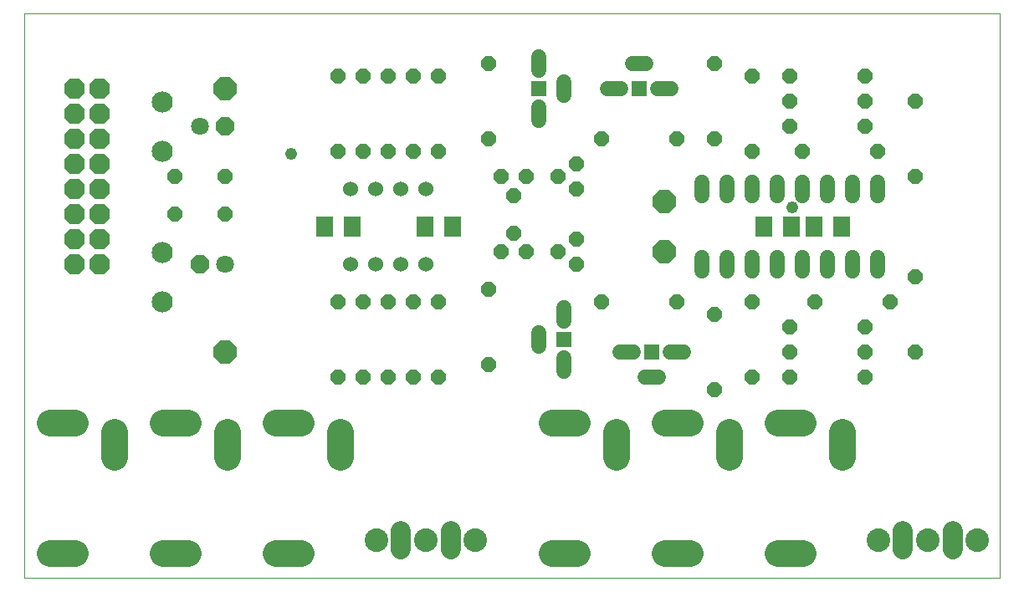
<source format=gbs>
G75*
%MOIN*%
%OFA0B0*%
%FSLAX25Y25*%
%IPPOS*%
%LPD*%
%AMOC8*
5,1,8,0,0,1.08239X$1,22.5*
%
%ADD10C,0.00000*%
%ADD11C,0.10800*%
%ADD12OC8,0.09300*%
%ADD13C,0.07100*%
%ADD14OC8,0.07100*%
%ADD15OC8,0.06000*%
%ADD16R,0.07099X0.07887*%
%ADD17C,0.08400*%
%ADD18C,0.06000*%
%ADD19C,0.06000*%
%ADD20C,0.09400*%
%ADD21C,0.07887*%
%ADD22OC8,0.08200*%
%ADD23R,0.05950X0.05950*%
%ADD24C,0.04800*%
D10*
X0005620Y0040337D02*
X0005620Y0265298D01*
X0394321Y0265298D01*
X0394321Y0040337D01*
X0005620Y0040337D01*
D11*
X0015935Y0050180D02*
X0025935Y0050180D01*
X0060935Y0050180D02*
X0070935Y0050180D01*
X0105935Y0050180D02*
X0115935Y0050180D01*
X0131407Y0088487D02*
X0131407Y0098487D01*
X0115935Y0102148D02*
X0105935Y0102148D01*
X0086407Y0098487D02*
X0086407Y0088487D01*
X0070935Y0102148D02*
X0060935Y0102148D01*
X0041407Y0098487D02*
X0041407Y0088487D01*
X0025935Y0102148D02*
X0015935Y0102148D01*
X0215935Y0102148D02*
X0225935Y0102148D01*
X0241407Y0098487D02*
X0241407Y0088487D01*
X0260935Y0102148D02*
X0270935Y0102148D01*
X0286407Y0098487D02*
X0286407Y0088487D01*
X0305935Y0102148D02*
X0315935Y0102148D01*
X0331407Y0098487D02*
X0331407Y0088487D01*
X0315935Y0050180D02*
X0305935Y0050180D01*
X0270935Y0050180D02*
X0260935Y0050180D01*
X0225935Y0050180D02*
X0215935Y0050180D01*
D12*
X0085620Y0130337D03*
X0085620Y0235337D03*
X0260620Y0190337D03*
X0260620Y0170337D03*
D13*
X0085620Y0165337D03*
X0075620Y0220337D03*
D14*
X0085620Y0220337D03*
X0075620Y0165337D03*
D15*
X0065620Y0185337D03*
X0085620Y0185337D03*
X0085620Y0200337D03*
X0065620Y0200337D03*
X0130620Y0210337D03*
X0140620Y0210337D03*
X0150620Y0210337D03*
X0160620Y0210337D03*
X0170620Y0210337D03*
X0190620Y0215337D03*
X0195620Y0200337D03*
X0200620Y0192837D03*
X0205620Y0200337D03*
X0218120Y0200337D03*
X0225620Y0195337D03*
X0225620Y0205337D03*
X0235620Y0215337D03*
X0265620Y0215337D03*
X0280620Y0215337D03*
X0295620Y0210337D03*
X0310620Y0220337D03*
X0310620Y0230337D03*
X0310620Y0240337D03*
X0295620Y0240337D03*
X0280620Y0245337D03*
X0315620Y0210337D03*
X0340620Y0220337D03*
X0340620Y0230337D03*
X0340620Y0240337D03*
X0360620Y0230337D03*
X0345620Y0210337D03*
X0360620Y0200337D03*
X0360620Y0160337D03*
X0350620Y0150337D03*
X0340620Y0140337D03*
X0340620Y0130337D03*
X0340620Y0120337D03*
X0360620Y0130337D03*
X0320620Y0150337D03*
X0310620Y0140337D03*
X0310620Y0130337D03*
X0310620Y0120337D03*
X0295620Y0120337D03*
X0280620Y0115337D03*
X0280620Y0145337D03*
X0295620Y0150337D03*
X0265620Y0150337D03*
X0235620Y0150337D03*
X0225620Y0165337D03*
X0218120Y0170337D03*
X0225620Y0175337D03*
X0205620Y0170337D03*
X0200620Y0177837D03*
X0195620Y0170337D03*
X0190620Y0155337D03*
X0170620Y0150337D03*
X0160620Y0150337D03*
X0150620Y0150337D03*
X0140620Y0150337D03*
X0130620Y0150337D03*
X0130620Y0120337D03*
X0140620Y0120337D03*
X0150620Y0120337D03*
X0160620Y0120337D03*
X0170620Y0120337D03*
X0190620Y0125337D03*
X0170620Y0240337D03*
X0160620Y0240337D03*
X0150620Y0240337D03*
X0140620Y0240337D03*
X0130620Y0240337D03*
X0190620Y0245337D03*
D16*
X0176132Y0180337D03*
X0165108Y0180337D03*
X0136132Y0180337D03*
X0125108Y0180337D03*
X0300108Y0180337D03*
X0311132Y0180337D03*
X0320108Y0180337D03*
X0331132Y0180337D03*
D17*
X0060620Y0170180D03*
X0060620Y0150494D03*
X0060620Y0210494D03*
X0060620Y0230180D03*
D18*
X0135620Y0195337D03*
X0145620Y0195337D03*
X0155620Y0195337D03*
X0165620Y0195337D03*
X0165620Y0165337D03*
X0155620Y0165337D03*
X0145620Y0165337D03*
X0135620Y0165337D03*
D19*
X0210620Y0137937D02*
X0210620Y0132737D01*
X0220620Y0127937D02*
X0220620Y0122737D01*
X0243020Y0130337D02*
X0248220Y0130337D01*
X0253020Y0120337D02*
X0258220Y0120337D01*
X0263020Y0130337D02*
X0268220Y0130337D01*
X0220620Y0142737D02*
X0220620Y0147937D01*
X0275620Y0162737D02*
X0275620Y0167937D01*
X0285620Y0167937D02*
X0285620Y0162737D01*
X0295620Y0162737D02*
X0295620Y0167937D01*
X0305620Y0167937D02*
X0305620Y0162737D01*
X0315620Y0162737D02*
X0315620Y0167937D01*
X0325620Y0167937D02*
X0325620Y0162737D01*
X0335620Y0162737D02*
X0335620Y0167937D01*
X0345620Y0167937D02*
X0345620Y0162737D01*
X0345620Y0192737D02*
X0345620Y0197937D01*
X0335620Y0197937D02*
X0335620Y0192737D01*
X0325620Y0192737D02*
X0325620Y0197937D01*
X0315620Y0197937D02*
X0315620Y0192737D01*
X0305620Y0192737D02*
X0305620Y0197937D01*
X0295620Y0197937D02*
X0295620Y0192737D01*
X0285620Y0192737D02*
X0285620Y0197937D01*
X0275620Y0197937D02*
X0275620Y0192737D01*
X0220620Y0232737D02*
X0220620Y0237937D01*
X0210620Y0242737D02*
X0210620Y0247937D01*
X0238020Y0235337D02*
X0243220Y0235337D01*
X0248020Y0245337D02*
X0253220Y0245337D01*
X0258020Y0235337D02*
X0263220Y0235337D01*
X0210620Y0227937D02*
X0210620Y0222737D01*
D20*
X0185305Y0055337D03*
X0165620Y0055337D03*
X0145935Y0055337D03*
X0345935Y0055337D03*
X0365620Y0055337D03*
X0385305Y0055337D03*
D21*
X0375620Y0051794D02*
X0375620Y0058880D01*
X0355620Y0058880D02*
X0355620Y0051794D01*
X0175620Y0051794D02*
X0175620Y0058880D01*
X0155620Y0058880D02*
X0155620Y0051794D01*
D22*
X0035620Y0165337D03*
X0025620Y0165337D03*
X0025620Y0175337D03*
X0035620Y0175337D03*
X0035620Y0185337D03*
X0025620Y0185337D03*
X0025620Y0195337D03*
X0035620Y0195337D03*
X0035620Y0205337D03*
X0025620Y0205337D03*
X0025620Y0215337D03*
X0035620Y0215337D03*
X0035620Y0225337D03*
X0025620Y0225337D03*
X0025620Y0235337D03*
X0035620Y0235337D03*
D23*
X0210620Y0235337D03*
X0250620Y0235337D03*
X0220620Y0135337D03*
X0255620Y0130337D03*
D24*
X0311620Y0187937D03*
X0111820Y0209537D03*
M02*

</source>
